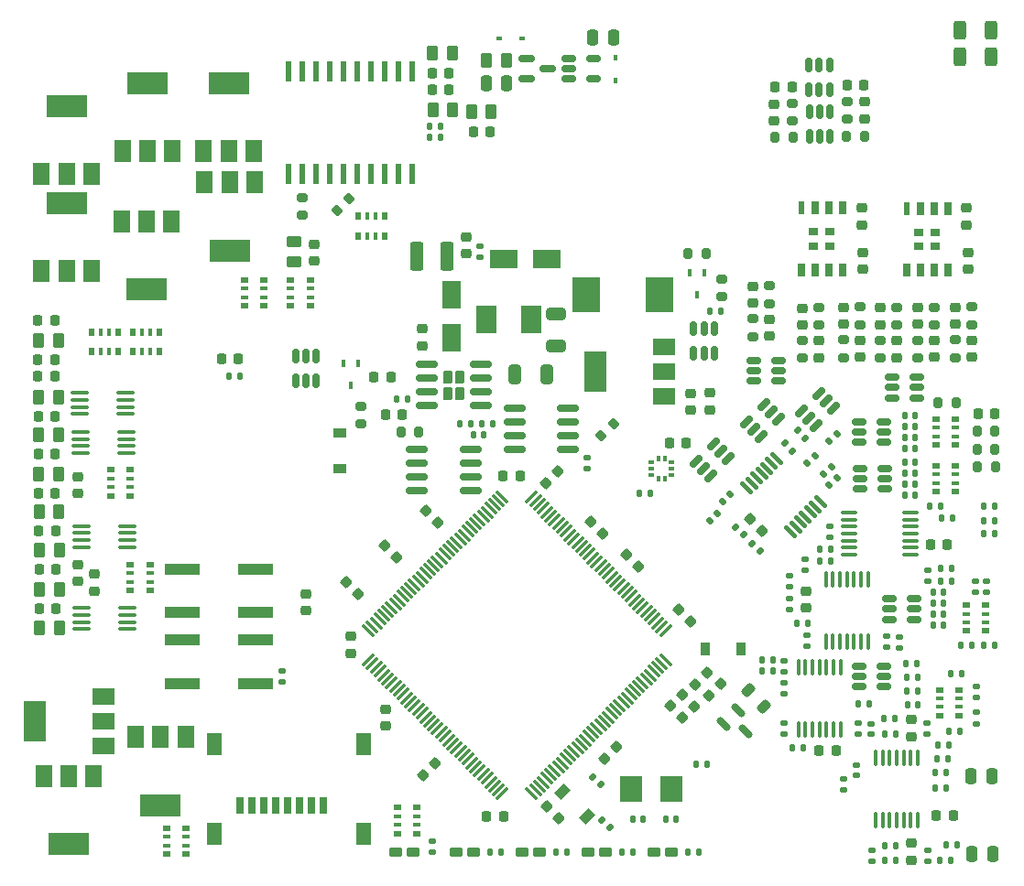
<source format=gbr>
%TF.GenerationSoftware,KiCad,Pcbnew,(6.0.1)*%
%TF.CreationDate,2023-10-27T01:40:01+01:00*%
%TF.ProjectId,polygonus-Shortage-Version,706f6c79-676f-46e7-9573-2d53686f7274,rev?*%
%TF.SameCoordinates,Original*%
%TF.FileFunction,Paste,Top*%
%TF.FilePolarity,Positive*%
%FSLAX46Y46*%
G04 Gerber Fmt 4.6, Leading zero omitted, Abs format (unit mm)*
G04 Created by KiCad (PCBNEW (6.0.1)) date 2023-10-27 01:40:01*
%MOMM*%
%LPD*%
G01*
G04 APERTURE LIST*
G04 Aperture macros list*
%AMRoundRect*
0 Rectangle with rounded corners*
0 $1 Rounding radius*
0 $2 $3 $4 $5 $6 $7 $8 $9 X,Y pos of 4 corners*
0 Add a 4 corners polygon primitive as box body*
4,1,4,$2,$3,$4,$5,$6,$7,$8,$9,$2,$3,0*
0 Add four circle primitives for the rounded corners*
1,1,$1+$1,$2,$3*
1,1,$1+$1,$4,$5*
1,1,$1+$1,$6,$7*
1,1,$1+$1,$8,$9*
0 Add four rect primitives between the rounded corners*
20,1,$1+$1,$2,$3,$4,$5,0*
20,1,$1+$1,$4,$5,$6,$7,0*
20,1,$1+$1,$6,$7,$8,$9,0*
20,1,$1+$1,$8,$9,$2,$3,0*%
%AMRotRect*
0 Rectangle, with rotation*
0 The origin of the aperture is its center*
0 $1 length*
0 $2 width*
0 $3 Rotation angle, in degrees counterclockwise*
0 Add horizontal line*
21,1,$1,$2,0,0,$3*%
G04 Aperture macros list end*
%ADD10RoundRect,0.225000X0.250000X-0.225000X0.250000X0.225000X-0.250000X0.225000X-0.250000X-0.225000X0*%
%ADD11RoundRect,0.135000X-0.135000X-0.185000X0.135000X-0.185000X0.135000X0.185000X-0.135000X0.185000X0*%
%ADD12RoundRect,0.135000X0.226274X0.035355X0.035355X0.226274X-0.226274X-0.035355X-0.035355X-0.226274X0*%
%ADD13RoundRect,0.100000X0.100000X-0.637500X0.100000X0.637500X-0.100000X0.637500X-0.100000X-0.637500X0*%
%ADD14RoundRect,0.100000X0.637500X0.100000X-0.637500X0.100000X-0.637500X-0.100000X0.637500X-0.100000X0*%
%ADD15R,0.650000X1.310000*%
%ADD16R,0.600000X1.310000*%
%ADD17R,0.900000X0.795000*%
%ADD18RoundRect,0.225000X-0.250000X0.225000X-0.250000X-0.225000X0.250000X-0.225000X0.250000X0.225000X0*%
%ADD19RoundRect,0.135000X-0.226274X-0.035355X-0.035355X-0.226274X0.226274X0.035355X0.035355X0.226274X0*%
%ADD20RoundRect,0.225000X-0.225000X-0.250000X0.225000X-0.250000X0.225000X0.250000X-0.225000X0.250000X0*%
%ADD21RoundRect,0.225000X0.017678X-0.335876X0.335876X-0.017678X-0.017678X0.335876X-0.335876X0.017678X0*%
%ADD22RoundRect,0.140000X-0.140000X-0.170000X0.140000X-0.170000X0.140000X0.170000X-0.140000X0.170000X0*%
%ADD23RoundRect,0.225000X0.335876X0.017678X0.017678X0.335876X-0.335876X-0.017678X-0.017678X-0.335876X0*%
%ADD24RoundRect,0.225000X-0.335876X-0.017678X-0.017678X-0.335876X0.335876X0.017678X0.017678X0.335876X0*%
%ADD25RoundRect,0.218750X0.424264X0.114905X0.114905X0.424264X-0.424264X-0.114905X-0.114905X-0.424264X0*%
%ADD26RoundRect,0.200000X0.200000X0.275000X-0.200000X0.275000X-0.200000X-0.275000X0.200000X-0.275000X0*%
%ADD27R,0.800000X0.500000*%
%ADD28R,0.800000X0.400000*%
%ADD29RoundRect,0.100000X0.521491X-0.380070X-0.380070X0.521491X-0.521491X0.380070X0.380070X-0.521491X0*%
%ADD30R,0.500000X0.800000*%
%ADD31R,0.400000X0.800000*%
%ADD32RoundRect,0.135000X0.135000X0.185000X-0.135000X0.185000X-0.135000X-0.185000X0.135000X-0.185000X0*%
%ADD33RoundRect,0.225000X0.225000X0.250000X-0.225000X0.250000X-0.225000X-0.250000X0.225000X-0.250000X0*%
%ADD34RoundRect,0.075000X0.521491X-0.415425X-0.415425X0.521491X-0.521491X0.415425X0.415425X-0.521491X0*%
%ADD35RoundRect,0.075000X0.521491X0.415425X0.415425X0.521491X-0.521491X-0.415425X-0.415425X-0.521491X0*%
%ADD36RoundRect,0.250000X-0.325000X-0.650000X0.325000X-0.650000X0.325000X0.650000X-0.325000X0.650000X0*%
%ADD37RoundRect,0.200000X-0.200000X-0.275000X0.200000X-0.275000X0.200000X0.275000X-0.200000X0.275000X0*%
%ADD38RoundRect,0.140000X0.140000X0.170000X-0.140000X0.170000X-0.140000X-0.170000X0.140000X-0.170000X0*%
%ADD39R,2.500000X1.800000*%
%ADD40RoundRect,0.250000X-0.262500X-0.450000X0.262500X-0.450000X0.262500X0.450000X-0.262500X0.450000X0*%
%ADD41RoundRect,0.100000X0.712500X0.100000X-0.712500X0.100000X-0.712500X-0.100000X0.712500X-0.100000X0*%
%ADD42RoundRect,0.212500X0.400000X0.212500X-0.400000X0.212500X-0.400000X-0.212500X0.400000X-0.212500X0*%
%ADD43RoundRect,0.135000X-0.185000X0.135000X-0.185000X-0.135000X0.185000X-0.135000X0.185000X0.135000X0*%
%ADD44RoundRect,0.200000X-0.275000X0.200000X-0.275000X-0.200000X0.275000X-0.200000X0.275000X0.200000X0*%
%ADD45RoundRect,0.200000X0.275000X-0.200000X0.275000X0.200000X-0.275000X0.200000X-0.275000X-0.200000X0*%
%ADD46R,1.200000X0.900000*%
%ADD47RoundRect,0.250000X0.312500X0.625000X-0.312500X0.625000X-0.312500X-0.625000X0.312500X-0.625000X0*%
%ADD48RoundRect,0.250000X-0.312500X-0.625000X0.312500X-0.625000X0.312500X0.625000X-0.312500X0.625000X0*%
%ADD49RoundRect,0.150000X0.150000X-0.512500X0.150000X0.512500X-0.150000X0.512500X-0.150000X-0.512500X0*%
%ADD50R,0.450000X0.700000*%
%ADD51RoundRect,0.135000X0.185000X-0.135000X0.185000X0.135000X-0.185000X0.135000X-0.185000X-0.135000X0*%
%ADD52R,2.500000X3.300000*%
%ADD53RoundRect,0.135000X-0.035355X0.226274X-0.226274X0.035355X0.035355X-0.226274X0.226274X-0.035355X0*%
%ADD54RoundRect,0.135000X0.035355X-0.226274X0.226274X-0.035355X-0.035355X0.226274X-0.226274X0.035355X0*%
%ADD55RoundRect,0.150000X0.512500X0.150000X-0.512500X0.150000X-0.512500X-0.150000X0.512500X-0.150000X0*%
%ADD56RoundRect,0.140000X-0.170000X0.140000X-0.170000X-0.140000X0.170000X-0.140000X0.170000X0.140000X0*%
%ADD57RoundRect,0.140000X0.170000X-0.140000X0.170000X0.140000X-0.170000X0.140000X-0.170000X-0.140000X0*%
%ADD58RoundRect,0.100000X-0.100000X0.637500X-0.100000X-0.637500X0.100000X-0.637500X0.100000X0.637500X0*%
%ADD59R,2.000000X1.500000*%
%ADD60R,2.000000X3.800000*%
%ADD61R,2.000000X2.400000*%
%ADD62RoundRect,0.230000X-0.230000X-0.375000X0.230000X-0.375000X0.230000X0.375000X-0.230000X0.375000X0*%
%ADD63RoundRect,0.150000X-0.825000X-0.150000X0.825000X-0.150000X0.825000X0.150000X-0.825000X0.150000X0*%
%ADD64R,1.800000X2.500000*%
%ADD65RoundRect,0.150000X-0.150000X0.512500X-0.150000X-0.512500X0.150000X-0.512500X0.150000X0.512500X0*%
%ADD66RoundRect,0.250000X0.375000X1.075000X-0.375000X1.075000X-0.375000X-1.075000X0.375000X-1.075000X0*%
%ADD67RoundRect,0.200000X-0.053033X0.335876X-0.335876X0.053033X0.053033X-0.335876X0.335876X-0.053033X0*%
%ADD68R,1.900000X2.500000*%
%ADD69RoundRect,0.250000X-0.650000X0.325000X-0.650000X-0.325000X0.650000X-0.325000X0.650000X0.325000X0*%
%ADD70RoundRect,0.250000X-0.250000X-0.475000X0.250000X-0.475000X0.250000X0.475000X-0.250000X0.475000X0*%
%ADD71R,0.800000X1.500000*%
%ADD72R,1.450000X2.000000*%
%ADD73RoundRect,0.250000X-0.450000X0.262500X-0.450000X-0.262500X0.450000X-0.262500X0.450000X0.262500X0*%
%ADD74RoundRect,0.150000X-0.521491X0.309359X0.309359X-0.521491X0.521491X-0.309359X-0.309359X0.521491X0*%
%ADD75RoundRect,0.100000X-0.100000X0.175000X-0.100000X-0.175000X0.100000X-0.175000X0.100000X0.175000X0*%
%ADD76RoundRect,0.100000X-0.175000X0.100000X-0.175000X-0.100000X0.175000X-0.100000X0.175000X0.100000X0*%
%ADD77R,3.200000X1.000000*%
%ADD78R,0.900000X1.200000*%
%ADD79RotRect,0.900000X1.200000X315.000000*%
%ADD80R,0.450000X0.600000*%
%ADD81RoundRect,0.150000X-0.512500X-0.150000X0.512500X-0.150000X0.512500X0.150000X-0.512500X0.150000X0*%
%ADD82R,1.500000X2.000000*%
%ADD83R,3.800000X2.000000*%
%ADD84RoundRect,0.150000X0.256326X0.468458X-0.468458X-0.256326X-0.256326X-0.468458X0.468458X0.256326X0*%
%ADD85R,0.550000X1.950000*%
%ADD86RoundRect,0.200000X0.053033X-0.335876X0.335876X-0.053033X-0.053033X0.335876X-0.335876X0.053033X0*%
%ADD87RoundRect,0.250000X0.250000X0.475000X-0.250000X0.475000X-0.250000X-0.475000X0.250000X-0.475000X0*%
%ADD88RoundRect,0.150000X-0.587500X-0.150000X0.587500X-0.150000X0.587500X0.150000X-0.587500X0.150000X0*%
%ADD89R,0.600000X0.450000*%
%ADD90RoundRect,0.150000X0.825000X0.150000X-0.825000X0.150000X-0.825000X-0.150000X0.825000X-0.150000X0*%
G04 APERTURE END LIST*
D10*
%TO.C,C2*%
X140279326Y-82139052D03*
X140279326Y-80589052D03*
%TD*%
D11*
%TO.C,R76*%
X151406975Y-106610683D03*
X152426975Y-106610683D03*
%TD*%
%TO.C,R77*%
X151418194Y-105421414D03*
X152438194Y-105421414D03*
%TD*%
%TO.C,R78*%
X151395755Y-104030194D03*
X152415755Y-104030194D03*
%TD*%
D12*
%TO.C,R4*%
X116838124Y-133803124D03*
X116116876Y-133081876D03*
%TD*%
D13*
%TO.C,U19*%
X136816000Y-116556500D03*
X137466000Y-116556500D03*
X138116000Y-116556500D03*
X138766000Y-116556500D03*
X139416000Y-116556500D03*
X140066000Y-116556500D03*
X140716000Y-116556500D03*
X140716000Y-110831500D03*
X140066000Y-110831500D03*
X139416000Y-110831500D03*
X138766000Y-110831500D03*
X138116000Y-110831500D03*
X137466000Y-110831500D03*
X136816000Y-110831500D03*
%TD*%
D14*
%TO.C,U21*%
X144676500Y-108532000D03*
X144676500Y-107882000D03*
X144676500Y-107232000D03*
X144676500Y-106582000D03*
X144676500Y-105932000D03*
X144676500Y-105282000D03*
X144676500Y-104632000D03*
X138951500Y-104632000D03*
X138951500Y-105282000D03*
X138951500Y-105932000D03*
X138951500Y-106582000D03*
X138951500Y-107232000D03*
X138951500Y-107882000D03*
X138951500Y-108532000D03*
%TD*%
D15*
%TO.C,U1*%
X148090671Y-76525877D03*
X146820671Y-76525877D03*
X145550671Y-76525877D03*
D16*
X144280671Y-76525877D03*
D15*
X144280671Y-82215877D03*
X145550671Y-82215877D03*
X146820671Y-82215877D03*
X148090671Y-82215877D03*
D17*
X146935671Y-78708377D03*
X145435671Y-80033377D03*
X146935671Y-80033377D03*
X145435671Y-78708377D03*
%TD*%
D15*
%TO.C,U2*%
X138359142Y-76488011D03*
X137089142Y-76488011D03*
X135819142Y-76488011D03*
D16*
X134549142Y-76488011D03*
D15*
X134549142Y-82178011D03*
X135819142Y-82178011D03*
X137089142Y-82178011D03*
X138359142Y-82178011D03*
D17*
X137204142Y-79995511D03*
X135704142Y-78670511D03*
X135704142Y-79995511D03*
X137204142Y-78670511D03*
%TD*%
D18*
%TO.C,C3*%
X149815912Y-76489231D03*
X149815912Y-78039231D03*
%TD*%
D10*
%TO.C,C5*%
X149970368Y-82112502D03*
X149970368Y-80562502D03*
%TD*%
D18*
%TO.C,C9*%
X140172736Y-76472402D03*
X140172736Y-78022402D03*
%TD*%
D19*
%TO.C,R1*%
X115291376Y-129081376D03*
X116012624Y-129802624D03*
%TD*%
D20*
%TO.C,C46*%
X136213000Y-126648000D03*
X137763000Y-126648000D03*
%TD*%
D10*
%TO.C,C51*%
X134956000Y-113453000D03*
X134956000Y-111903000D03*
%TD*%
D20*
%TO.C,C56*%
X146470266Y-107582392D03*
X148020266Y-107582392D03*
%TD*%
D21*
%TO.C,C77*%
X110912992Y-101923008D03*
X112009008Y-100826992D03*
%TD*%
D22*
%TO.C,C74*%
X118982000Y-132998000D03*
X119942000Y-132998000D03*
%TD*%
D20*
%TO.C,C61*%
X107003000Y-101248000D03*
X108553000Y-101248000D03*
%TD*%
D23*
%TO.C,C64*%
X123566008Y-123640008D03*
X122469992Y-122543992D03*
%TD*%
%TO.C,C65*%
X124328008Y-114750008D03*
X123231992Y-113653992D03*
%TD*%
D24*
%TO.C,C66*%
X99863992Y-104509992D03*
X100960008Y-105606008D03*
%TD*%
D21*
%TO.C,C81*%
X124755992Y-120592008D03*
X125852008Y-119495992D03*
%TD*%
%TO.C,C82*%
X126025992Y-121608008D03*
X127122008Y-120511992D03*
%TD*%
D23*
%TO.C,C40*%
X130932008Y-106368008D03*
X129835992Y-105271992D03*
%TD*%
D25*
%TO.C,FB1*%
X131135301Y-122573301D03*
X129632699Y-121070699D03*
%TD*%
D11*
%TO.C,R75*%
X147478315Y-109819465D03*
X148498315Y-109819465D03*
%TD*%
%TO.C,R89*%
X124794000Y-127918000D03*
X125814000Y-127918000D03*
%TD*%
D26*
%TO.C,R39*%
X152479537Y-100370684D03*
X150829537Y-100370684D03*
%TD*%
%TO.C,R40*%
X152445878Y-98788732D03*
X150795878Y-98788732D03*
%TD*%
%TO.C,R41*%
X152457098Y-97128243D03*
X150807098Y-97128243D03*
%TD*%
%TO.C,R42*%
X148862000Y-94517000D03*
X147212000Y-94517000D03*
%TD*%
D27*
%TO.C,RN2*%
X149163074Y-123430926D03*
D28*
X149163074Y-122630926D03*
X149163074Y-121830926D03*
D27*
X149163074Y-121030926D03*
X147363074Y-121030926D03*
D28*
X147363074Y-121830926D03*
X147363074Y-122630926D03*
D27*
X147363074Y-123430926D03*
%TD*%
%TO.C,RN3*%
X151577709Y-115605074D03*
D28*
X151577709Y-114805074D03*
X151577709Y-114005074D03*
D27*
X151577709Y-113205074D03*
X149777709Y-113205074D03*
D28*
X149777709Y-114005074D03*
X149777709Y-114805074D03*
D27*
X149777709Y-115605074D03*
%TD*%
%TO.C,RN4*%
X148810000Y-102702000D03*
D28*
X148810000Y-101902000D03*
X148810000Y-101102000D03*
D27*
X148810000Y-100302000D03*
X147010000Y-100302000D03*
D28*
X147010000Y-101102000D03*
X147010000Y-101902000D03*
D27*
X147010000Y-102702000D03*
%TD*%
%TO.C,RN1*%
X148810000Y-98384000D03*
D28*
X148810000Y-97584000D03*
X148810000Y-96784000D03*
D27*
X148810000Y-95984000D03*
X147010000Y-95984000D03*
D28*
X147010000Y-96784000D03*
X147010000Y-97584000D03*
D27*
X147010000Y-98384000D03*
%TD*%
D29*
%TO.C,U15*%
X133569235Y-106428951D03*
X134028854Y-105969332D03*
X134488474Y-105509713D03*
X134948093Y-105050093D03*
X135407713Y-104590474D03*
X135867332Y-104130854D03*
X136326951Y-103671235D03*
X132278765Y-99623049D03*
X131819146Y-100082668D03*
X131359526Y-100542287D03*
X130899907Y-101001907D03*
X130440287Y-101461526D03*
X129980668Y-101921146D03*
X129521049Y-102380765D03*
%TD*%
D20*
%TO.C,C83*%
X80938462Y-90384858D03*
X82488462Y-90384858D03*
%TD*%
D11*
%TO.C,R98*%
X81676730Y-92033125D03*
X82696730Y-92033125D03*
%TD*%
D18*
%TO.C,C85*%
X89494413Y-79815297D03*
X89494413Y-81365297D03*
%TD*%
D20*
%TO.C,C86*%
X104247164Y-69398713D03*
X105797164Y-69398713D03*
%TD*%
D30*
%TO.C,RN11*%
X96026175Y-77253732D03*
D31*
X95226175Y-77253732D03*
X94426175Y-77253732D03*
D30*
X93626175Y-77253732D03*
X93626175Y-79053732D03*
D31*
X94426175Y-79053732D03*
X95226175Y-79053732D03*
D30*
X96026175Y-79053732D03*
%TD*%
D18*
%TO.C,C84*%
X126130133Y-93586905D03*
X126130133Y-95136905D03*
%TD*%
D32*
%TO.C,R97*%
X127084000Y-86008000D03*
X126064000Y-86008000D03*
%TD*%
D13*
%TO.C,U17*%
X134276000Y-124684500D03*
X134926000Y-124684500D03*
X135576000Y-124684500D03*
X136226000Y-124684500D03*
X136876000Y-124684500D03*
X137526000Y-124684500D03*
X138176000Y-124684500D03*
X138176000Y-118959500D03*
X137526000Y-118959500D03*
X136876000Y-118959500D03*
X136226000Y-118959500D03*
X135576000Y-118959500D03*
X134926000Y-118959500D03*
X134276000Y-118959500D03*
%TD*%
D24*
%TO.C,C67*%
X96053992Y-107710392D03*
X97150008Y-108806408D03*
%TD*%
D23*
%TO.C,C68*%
X119502008Y-109670008D03*
X118405992Y-108573992D03*
%TD*%
D18*
%TO.C,C69*%
X96094000Y-122825000D03*
X96094000Y-124375000D03*
%TD*%
D33*
%TO.C,C71*%
X107029000Y-132744000D03*
X105479000Y-132744000D03*
%TD*%
D10*
%TO.C,C73*%
X92919000Y-117644000D03*
X92919000Y-116094000D03*
%TD*%
D21*
%TO.C,C76*%
X116373992Y-127450008D03*
X117470008Y-126353992D03*
%TD*%
D34*
%TO.C,U26*%
X109628342Y-130644710D03*
X109981895Y-130291157D03*
X110335449Y-129937604D03*
X110689002Y-129584050D03*
X111042555Y-129230497D03*
X111396109Y-128876943D03*
X111749662Y-128523390D03*
X112103215Y-128169837D03*
X112456769Y-127816283D03*
X112810322Y-127462730D03*
X113163876Y-127109176D03*
X113517429Y-126755623D03*
X113870982Y-126402070D03*
X114224536Y-126048516D03*
X114578089Y-125694963D03*
X114931643Y-125341410D03*
X115285196Y-124987856D03*
X115638749Y-124634303D03*
X115992303Y-124280749D03*
X116345856Y-123927196D03*
X116699410Y-123573643D03*
X117052963Y-123220089D03*
X117406516Y-122866536D03*
X117760070Y-122512982D03*
X118113623Y-122159429D03*
X118467176Y-121805876D03*
X118820730Y-121452322D03*
X119174283Y-121098769D03*
X119527837Y-120745215D03*
X119881390Y-120391662D03*
X120234943Y-120038109D03*
X120588497Y-119684555D03*
X120942050Y-119331002D03*
X121295604Y-118977449D03*
X121649157Y-118623895D03*
X122002710Y-118270342D03*
D35*
X122002710Y-115565658D03*
X121649157Y-115212105D03*
X121295604Y-114858551D03*
X120942050Y-114504998D03*
X120588497Y-114151445D03*
X120234943Y-113797891D03*
X119881390Y-113444338D03*
X119527837Y-113090785D03*
X119174283Y-112737231D03*
X118820730Y-112383678D03*
X118467176Y-112030124D03*
X118113623Y-111676571D03*
X117760070Y-111323018D03*
X117406516Y-110969464D03*
X117052963Y-110615911D03*
X116699410Y-110262357D03*
X116345856Y-109908804D03*
X115992303Y-109555251D03*
X115638749Y-109201697D03*
X115285196Y-108848144D03*
X114931643Y-108494590D03*
X114578089Y-108141037D03*
X114224536Y-107787484D03*
X113870982Y-107433930D03*
X113517429Y-107080377D03*
X113163876Y-106726824D03*
X112810322Y-106373270D03*
X112456769Y-106019717D03*
X112103215Y-105666163D03*
X111749662Y-105312610D03*
X111396109Y-104959057D03*
X111042555Y-104605503D03*
X110689002Y-104251950D03*
X110335449Y-103898396D03*
X109981895Y-103544843D03*
X109628342Y-103191290D03*
D34*
X106923658Y-103191290D03*
X106570105Y-103544843D03*
X106216551Y-103898396D03*
X105862998Y-104251950D03*
X105509445Y-104605503D03*
X105155891Y-104959057D03*
X104802338Y-105312610D03*
X104448785Y-105666163D03*
X104095231Y-106019717D03*
X103741678Y-106373270D03*
X103388124Y-106726824D03*
X103034571Y-107080377D03*
X102681018Y-107433930D03*
X102327464Y-107787484D03*
X101973911Y-108141037D03*
X101620357Y-108494590D03*
X101266804Y-108848144D03*
X100913251Y-109201697D03*
X100559697Y-109555251D03*
X100206144Y-109908804D03*
X99852590Y-110262357D03*
X99499037Y-110615911D03*
X99145484Y-110969464D03*
X98791930Y-111323018D03*
X98438377Y-111676571D03*
X98084824Y-112030124D03*
X97731270Y-112383678D03*
X97377717Y-112737231D03*
X97024163Y-113090785D03*
X96670610Y-113444338D03*
X96317057Y-113797891D03*
X95963503Y-114151445D03*
X95609950Y-114504998D03*
X95256396Y-114858551D03*
X94902843Y-115212105D03*
X94549290Y-115565658D03*
D35*
X94549290Y-118270342D03*
X94902843Y-118623895D03*
X95256396Y-118977449D03*
X95609950Y-119331002D03*
X95963503Y-119684555D03*
X96317057Y-120038109D03*
X96670610Y-120391662D03*
X97024163Y-120745215D03*
X97377717Y-121098769D03*
X97731270Y-121452322D03*
X98084824Y-121805876D03*
X98438377Y-122159429D03*
X98791930Y-122512982D03*
X99145484Y-122866536D03*
X99499037Y-123220089D03*
X99852590Y-123573643D03*
X100206144Y-123927196D03*
X100559697Y-124280749D03*
X100913251Y-124634303D03*
X101266804Y-124987856D03*
X101620357Y-125341410D03*
X101973911Y-125694963D03*
X102327464Y-126048516D03*
X102681018Y-126402070D03*
X103034571Y-126755623D03*
X103388124Y-127109176D03*
X103741678Y-127462730D03*
X104095231Y-127816283D03*
X104448785Y-128169837D03*
X104802338Y-128523390D03*
X105155891Y-128876943D03*
X105509445Y-129230497D03*
X105862998Y-129584050D03*
X106216551Y-129937604D03*
X106570105Y-130291157D03*
X106923658Y-130644710D03*
%TD*%
D33*
%TO.C,C7*%
X96615000Y-92104000D03*
X95065000Y-92104000D03*
%TD*%
D36*
%TO.C,C12*%
X108081000Y-91850000D03*
X111031000Y-91850000D03*
%TD*%
D37*
%TO.C,R9*%
X124098000Y-80674000D03*
X125748000Y-80674000D03*
%TD*%
D38*
%TO.C,C75*%
X122990000Y-132998000D03*
X122030000Y-132998000D03*
%TD*%
D23*
%TO.C,C62*%
X116200008Y-106622008D03*
X115103992Y-105525992D03*
%TD*%
D27*
%TO.C,RN10*%
X77714751Y-136243729D03*
D28*
X77714751Y-135443729D03*
X77714751Y-134643729D03*
D27*
X77714751Y-133843729D03*
X75914751Y-133843729D03*
D28*
X75914751Y-134643729D03*
X75914751Y-135443729D03*
D27*
X75914751Y-136243729D03*
%TD*%
D30*
%TO.C,RN6*%
X72803547Y-89770414D03*
D31*
X73603547Y-89770414D03*
X74403547Y-89770414D03*
D30*
X75203547Y-89770414D03*
X75203547Y-87970414D03*
D31*
X74403547Y-87970414D03*
X73603547Y-87970414D03*
D30*
X72803547Y-87970414D03*
%TD*%
%TO.C,RN8*%
X68983013Y-89770414D03*
D31*
X69783013Y-89770414D03*
X70583013Y-89770414D03*
D30*
X71383013Y-89770414D03*
X71383013Y-87970414D03*
D31*
X70583013Y-87970414D03*
X69783013Y-87970414D03*
D30*
X68983013Y-87970414D03*
%TD*%
D10*
%TO.C,C4*%
X103587000Y-80687000D03*
X103587000Y-79137000D03*
%TD*%
D39*
%TO.C,D2*%
X107048000Y-81182000D03*
X111048000Y-81182000D03*
%TD*%
D27*
%TO.C,RN5*%
X89168921Y-85521111D03*
D28*
X89168921Y-84721111D03*
X89168921Y-83921111D03*
D27*
X89168921Y-83121111D03*
X87368921Y-83121111D03*
D28*
X87368921Y-83921111D03*
X87368921Y-84721111D03*
D27*
X87368921Y-85521111D03*
%TD*%
%TO.C,RN7*%
X84900059Y-85521111D03*
D28*
X84900059Y-84721111D03*
X84900059Y-83921111D03*
D27*
X84900059Y-83121111D03*
X83100059Y-83121111D03*
D28*
X83100059Y-83921111D03*
X83100059Y-84721111D03*
D27*
X83100059Y-85521111D03*
%TD*%
%TO.C,RN9*%
X97208197Y-131943853D03*
D28*
X97208197Y-132743853D03*
X97208197Y-133543853D03*
D27*
X97208197Y-134343853D03*
X99008197Y-134343853D03*
D28*
X99008197Y-133543853D03*
X99008197Y-132743853D03*
D27*
X99008197Y-131943853D03*
%TD*%
D10*
%TO.C,C91*%
X67693944Y-111022409D03*
X67693944Y-109472409D03*
%TD*%
D20*
%TO.C,C93*%
X64087605Y-113499835D03*
X65637605Y-113499835D03*
%TD*%
%TO.C,C94*%
X64087605Y-109926207D03*
X65637605Y-109926207D03*
%TD*%
D18*
%TO.C,C92*%
X69233852Y-110344871D03*
X69233852Y-111894871D03*
%TD*%
D20*
%TO.C,C95*%
X64074610Y-106378569D03*
X65624610Y-106378569D03*
%TD*%
%TO.C,C96*%
X64035625Y-102830930D03*
X65585625Y-102830930D03*
%TD*%
D10*
%TO.C,C97*%
X67647411Y-102854419D03*
X67647411Y-101304419D03*
%TD*%
D20*
%TO.C,C99*%
X64030925Y-99257302D03*
X65580925Y-99257302D03*
%TD*%
%TO.C,C100*%
X64004935Y-95722659D03*
X65554935Y-95722659D03*
%TD*%
%TO.C,C98*%
X63990668Y-86902919D03*
X65540668Y-86902919D03*
%TD*%
%TO.C,C101*%
X63996640Y-92072110D03*
X65546640Y-92072110D03*
%TD*%
%TO.C,C102*%
X63978945Y-90512709D03*
X65528945Y-90512709D03*
%TD*%
D40*
%TO.C,R108*%
X64145031Y-115280152D03*
X65970031Y-115280152D03*
%TD*%
%TO.C,R109*%
X64145031Y-111719518D03*
X65970031Y-111719518D03*
%TD*%
%TO.C,R110*%
X64132036Y-108158885D03*
X65957036Y-108158885D03*
%TD*%
%TO.C,R111*%
X64121890Y-104598252D03*
X65946890Y-104598252D03*
%TD*%
%TO.C,R112*%
X64082905Y-101050614D03*
X65907905Y-101050614D03*
%TD*%
%TO.C,R113*%
X64080056Y-97476986D03*
X65905056Y-97476986D03*
%TD*%
%TO.C,R114*%
X64069910Y-93943392D03*
X65894910Y-93943392D03*
%TD*%
%TO.C,R115*%
X64048093Y-88696231D03*
X65873093Y-88696231D03*
%TD*%
D41*
%TO.C,U42*%
X72243008Y-115432792D03*
X72243008Y-114782792D03*
X72243008Y-114132792D03*
X72243008Y-113482792D03*
X68018008Y-113482792D03*
X68018008Y-114132792D03*
X68018008Y-114782792D03*
X68018008Y-115432792D03*
%TD*%
%TO.C,U43*%
X72243008Y-107850203D03*
X72243008Y-107200203D03*
X72243008Y-106550203D03*
X72243008Y-105900203D03*
X68018008Y-105900203D03*
X68018008Y-106550203D03*
X68018008Y-107200203D03*
X68018008Y-107850203D03*
%TD*%
%TO.C,U44*%
X72157730Y-99145795D03*
X72157730Y-98495795D03*
X72157730Y-97845795D03*
X72157730Y-97195795D03*
X67932730Y-97195795D03*
X67932730Y-97845795D03*
X67932730Y-98495795D03*
X67932730Y-99145795D03*
%TD*%
%TO.C,U45*%
X72074073Y-95540053D03*
X72074073Y-94890053D03*
X72074073Y-94240053D03*
X72074073Y-93590053D03*
X67849073Y-93590053D03*
X67849073Y-94240053D03*
X67849073Y-94890053D03*
X67849073Y-95540053D03*
%TD*%
D42*
%TO.C,D9*%
X98684500Y-136046000D03*
X97059500Y-136046000D03*
%TD*%
D43*
%TO.C,R91*%
X100412000Y-135028000D03*
X100412000Y-136048000D03*
%TD*%
D27*
%TO.C,RN12*%
X74340463Y-111864298D03*
D28*
X74340463Y-111064298D03*
X74340463Y-110264298D03*
D27*
X74340463Y-109464298D03*
X72540463Y-109464298D03*
D28*
X72540463Y-110264298D03*
X72540463Y-111064298D03*
D27*
X72540463Y-111864298D03*
%TD*%
%TO.C,RN13*%
X70692447Y-100694240D03*
D28*
X70692447Y-101494240D03*
X70692447Y-102294240D03*
D27*
X70692447Y-103094240D03*
X72492447Y-103094240D03*
D28*
X72492447Y-102294240D03*
X72492447Y-101494240D03*
D27*
X72492447Y-100694240D03*
%TD*%
D10*
%TO.C,C28*%
X138445903Y-87221526D03*
X138445903Y-85671526D03*
%TD*%
%TO.C,C35*%
X131595940Y-88309373D03*
X131595940Y-86759373D03*
%TD*%
%TO.C,C30*%
X143368196Y-90313500D03*
X143368196Y-88763500D03*
%TD*%
%TO.C,C25*%
X148832828Y-87227287D03*
X148832828Y-85677287D03*
%TD*%
%TO.C,C31*%
X150356828Y-90275287D03*
X150356828Y-88725287D03*
%TD*%
%TO.C,C26*%
X145356632Y-87243294D03*
X145356632Y-85693294D03*
%TD*%
%TO.C,C32*%
X146880632Y-90291294D03*
X146880632Y-88741294D03*
%TD*%
%TO.C,C27*%
X134625131Y-87274915D03*
X134625131Y-85724915D03*
%TD*%
%TO.C,C33*%
X136157702Y-90313175D03*
X136157702Y-88763175D03*
%TD*%
D44*
%TO.C,R27*%
X139969903Y-85621526D03*
X139969903Y-87271526D03*
%TD*%
D45*
%TO.C,R33*%
X138445903Y-90319526D03*
X138445903Y-88669526D03*
%TD*%
D44*
%TO.C,R28*%
X131595940Y-83661373D03*
X131595940Y-85311373D03*
%TD*%
D45*
%TO.C,R34*%
X130071940Y-88359373D03*
X130071940Y-86709373D03*
%TD*%
D44*
%TO.C,R23*%
X143368196Y-85665500D03*
X143368196Y-87315500D03*
%TD*%
D45*
%TO.C,R29*%
X141844196Y-90363500D03*
X141844196Y-88713500D03*
%TD*%
D44*
%TO.C,R24*%
X150356828Y-85627287D03*
X150356828Y-87277287D03*
%TD*%
D45*
%TO.C,R30*%
X148832828Y-90325287D03*
X148832828Y-88675287D03*
%TD*%
D44*
%TO.C,R25*%
X146880632Y-85643294D03*
X146880632Y-87293294D03*
%TD*%
D45*
%TO.C,R31*%
X145356632Y-90341294D03*
X145356632Y-88691294D03*
%TD*%
D44*
%TO.C,R26*%
X136157702Y-85665175D03*
X136157702Y-87315175D03*
%TD*%
D20*
%TO.C,C41*%
X150879537Y-95467754D03*
X152429537Y-95467754D03*
%TD*%
D45*
%TO.C,R32*%
X134633702Y-90363175D03*
X134633702Y-88713175D03*
%TD*%
D10*
%TO.C,C24*%
X141844196Y-87265500D03*
X141844196Y-85715500D03*
%TD*%
%TO.C,C29*%
X130071940Y-85261373D03*
X130071940Y-83711373D03*
%TD*%
%TO.C,C34*%
X139969903Y-90269526D03*
X139969903Y-88719526D03*
%TD*%
D23*
%TO.C,C78*%
X93594008Y-112210008D03*
X92497992Y-111113992D03*
%TD*%
D21*
%TO.C,C72*%
X99609992Y-128974008D03*
X100706008Y-127877992D03*
%TD*%
D46*
%TO.C,D14*%
X91873462Y-100575405D03*
X91873462Y-97275405D03*
%TD*%
D47*
%TO.C,F2*%
X152110448Y-60060439D03*
X149185448Y-60060439D03*
%TD*%
D48*
%TO.C,F1*%
X149185448Y-62483854D03*
X152110448Y-62483854D03*
%TD*%
D42*
%TO.C,D10*%
X104272500Y-136046000D03*
X102647500Y-136046000D03*
%TD*%
%TO.C,D11*%
X110368500Y-136046000D03*
X108743500Y-136046000D03*
%TD*%
%TO.C,D12*%
X116464500Y-136046000D03*
X114839500Y-136046000D03*
%TD*%
%TO.C,D13*%
X122560500Y-136046000D03*
X120935500Y-136046000D03*
%TD*%
D32*
%TO.C,R92*%
X106764000Y-136046000D03*
X105744000Y-136046000D03*
%TD*%
%TO.C,R93*%
X112860000Y-136046000D03*
X111840000Y-136046000D03*
%TD*%
%TO.C,R94*%
X118956000Y-136046000D03*
X117936000Y-136046000D03*
%TD*%
%TO.C,R95*%
X125052000Y-136046000D03*
X124032000Y-136046000D03*
%TD*%
D49*
%TO.C,U27*%
X87825201Y-92475917D03*
X88775201Y-92475917D03*
X89725201Y-92475917D03*
X89725201Y-90200917D03*
X88775201Y-90200917D03*
X87825201Y-90200917D03*
%TD*%
D50*
%TO.C,D4*%
X125573000Y-82468000D03*
X124273000Y-82468000D03*
X124923000Y-84468000D03*
%TD*%
D51*
%TO.C,R90*%
X86569000Y-120300000D03*
X86569000Y-119280000D03*
%TD*%
D10*
%TO.C,C79*%
X88728000Y-113707000D03*
X88728000Y-112157000D03*
%TD*%
D52*
%TO.C,D1*%
X114665000Y-84484000D03*
X121465000Y-84484000D03*
%TD*%
D38*
%TO.C,C47*%
X145326731Y-122432877D03*
X144366731Y-122432877D03*
%TD*%
%TO.C,C48*%
X145289333Y-121165643D03*
X144329333Y-121165643D03*
%TD*%
%TO.C,C49*%
X145289333Y-119916537D03*
X144329333Y-119916537D03*
%TD*%
%TO.C,C50*%
X145224535Y-118648731D03*
X144264535Y-118648731D03*
%TD*%
%TO.C,C52*%
X147727414Y-115087709D03*
X146767414Y-115087709D03*
%TD*%
%TO.C,C53*%
X147727414Y-114071709D03*
X146767414Y-114071709D03*
%TD*%
%TO.C,C54*%
X147727414Y-113055709D03*
X146767414Y-113055709D03*
%TD*%
%TO.C,C55*%
X147727414Y-112039709D03*
X146767414Y-112039709D03*
%TD*%
%TO.C,C57*%
X145088000Y-103026000D03*
X144128000Y-103026000D03*
%TD*%
%TO.C,C58*%
X145088000Y-102010000D03*
X144128000Y-102010000D03*
%TD*%
%TO.C,C59*%
X145088000Y-100994000D03*
X144128000Y-100994000D03*
%TD*%
%TO.C,C60*%
X145088000Y-99978000D03*
X144128000Y-99978000D03*
%TD*%
%TO.C,C42*%
X145088000Y-98708000D03*
X144128000Y-98708000D03*
%TD*%
%TO.C,C43*%
X145088000Y-97692000D03*
X144128000Y-97692000D03*
%TD*%
%TO.C,C44*%
X145088000Y-96676000D03*
X144128000Y-96676000D03*
%TD*%
%TO.C,C45*%
X145088000Y-95660000D03*
X144128000Y-95660000D03*
%TD*%
D43*
%TO.C,R56*%
X139782000Y-124106000D03*
X139782000Y-125126000D03*
%TD*%
D11*
%TO.C,R57*%
X130890000Y-118266000D03*
X131910000Y-118266000D03*
%TD*%
D43*
%TO.C,R59*%
X132924000Y-124106000D03*
X132924000Y-125126000D03*
%TD*%
D32*
%TO.C,R60*%
X140800000Y-122330000D03*
X139780000Y-122330000D03*
%TD*%
%TO.C,R61*%
X131910000Y-119282000D03*
X130890000Y-119282000D03*
%TD*%
D51*
%TO.C,R62*%
X132924000Y-121443000D03*
X132924000Y-120423000D03*
%TD*%
D43*
%TO.C,R68*%
X142446249Y-116104831D03*
X142446249Y-117124831D03*
%TD*%
D51*
%TO.C,R69*%
X133486083Y-111523977D03*
X133486083Y-110503977D03*
%TD*%
D43*
%TO.C,R70*%
X134946598Y-108930464D03*
X134946598Y-109950464D03*
%TD*%
D11*
%TO.C,R71*%
X134146812Y-114858976D03*
X135166812Y-114858976D03*
%TD*%
D51*
%TO.C,R72*%
X143624298Y-117141660D03*
X143624298Y-116121660D03*
%TD*%
%TO.C,R73*%
X133467834Y-113604421D03*
X133467834Y-112584421D03*
%TD*%
D32*
%TO.C,R74*%
X137244000Y-109122000D03*
X136224000Y-109122000D03*
%TD*%
D51*
%TO.C,R79*%
X146264779Y-110984586D03*
X146264779Y-109964586D03*
%TD*%
D32*
%TO.C,R80*%
X147404000Y-104042000D03*
X146384000Y-104042000D03*
%TD*%
D19*
%TO.C,R81*%
X130023376Y-107491376D03*
X130744624Y-108212624D03*
%TD*%
D11*
%TO.C,R82*%
X136233643Y-107994423D03*
X137253643Y-107994423D03*
%TD*%
D32*
%TO.C,R83*%
X148491366Y-110968245D03*
X147471366Y-110968245D03*
%TD*%
%TO.C,R84*%
X148518193Y-105125318D03*
X147498193Y-105125318D03*
%TD*%
D19*
%TO.C,R85*%
X128499376Y-105967376D03*
X129220624Y-106688624D03*
%TD*%
D43*
%TO.C,R86*%
X137181853Y-105926157D03*
X137181853Y-106946157D03*
%TD*%
D53*
%TO.C,R43*%
X135824624Y-99363376D03*
X135103376Y-100084624D03*
%TD*%
%TO.C,R44*%
X137348624Y-100379376D03*
X136627376Y-101100624D03*
%TD*%
D19*
%TO.C,R45*%
X133006593Y-98239818D03*
X133727841Y-98961066D03*
%TD*%
D54*
%TO.C,R46*%
X127269517Y-103671077D03*
X127990765Y-102949829D03*
%TD*%
D53*
%TO.C,R47*%
X137856624Y-97331376D03*
X137135376Y-98052624D03*
%TD*%
D54*
%TO.C,R48*%
X137135376Y-102116624D03*
X137856624Y-101395376D03*
%TD*%
%TO.C,R50*%
X126101602Y-105418625D03*
X126822850Y-104697377D03*
%TD*%
D11*
%TO.C,R63*%
X151388198Y-116951416D03*
X152408198Y-116951416D03*
%TD*%
D32*
%TO.C,R54*%
X149382096Y-119568732D03*
X148362096Y-119568732D03*
%TD*%
D51*
%TO.C,R66*%
X151681365Y-111987512D03*
X151681365Y-110967512D03*
%TD*%
%TO.C,R65*%
X150626730Y-111979383D03*
X150626730Y-110959383D03*
%TD*%
D32*
%TO.C,R64*%
X150355026Y-116934587D03*
X149335026Y-116934587D03*
%TD*%
D51*
%TO.C,R53*%
X150723317Y-121772879D03*
X150723317Y-120752879D03*
%TD*%
D43*
%TO.C,R52*%
X150712097Y-123142636D03*
X150712097Y-124162636D03*
%TD*%
D32*
%TO.C,R51*%
X149258682Y-124920442D03*
X148238682Y-124920442D03*
%TD*%
D55*
%TO.C,U18*%
X142189500Y-120740000D03*
X142189500Y-119790000D03*
X142189500Y-118840000D03*
X139914500Y-118840000D03*
X139914500Y-119790000D03*
X139914500Y-120740000D03*
%TD*%
%TO.C,U20*%
X145014237Y-114518731D03*
X145014237Y-113568731D03*
X145014237Y-112618731D03*
X142739237Y-112618731D03*
X142739237Y-113568731D03*
X142739237Y-114518731D03*
%TD*%
%TO.C,U22*%
X142243517Y-102469472D03*
X142243517Y-101519472D03*
X142243517Y-100569472D03*
X139968517Y-100569472D03*
X139968517Y-101519472D03*
X139968517Y-102469472D03*
%TD*%
%TO.C,U16*%
X142189500Y-98134000D03*
X142189500Y-97184000D03*
X142189500Y-96234000D03*
X139914500Y-96234000D03*
X139914500Y-97184000D03*
X139914500Y-98134000D03*
%TD*%
D51*
%TO.C,R58*%
X132924000Y-119411000D03*
X132924000Y-118391000D03*
%TD*%
D19*
%TO.C,R49*%
X134224032Y-97059504D03*
X134945280Y-97780752D03*
%TD*%
D43*
%TO.C,R67*%
X135090634Y-115987026D03*
X135090634Y-117007026D03*
%TD*%
D11*
%TO.C,R55*%
X133684000Y-126394000D03*
X134704000Y-126394000D03*
%TD*%
D56*
%TO.C,C20*%
X141020875Y-124184340D03*
X141020875Y-125144340D03*
%TD*%
D57*
%TO.C,C21*%
X141124942Y-136882551D03*
X141124942Y-135922551D03*
%TD*%
D11*
%TO.C,R19*%
X142182584Y-123699462D03*
X143202584Y-123699462D03*
%TD*%
%TO.C,R20*%
X142282910Y-136843852D03*
X143302910Y-136843852D03*
%TD*%
%TO.C,R21*%
X142272340Y-125124340D03*
X143292340Y-125124340D03*
%TD*%
%TO.C,R22*%
X142305349Y-135482551D03*
X143325349Y-135482551D03*
%TD*%
D58*
%TO.C,U7*%
X145316976Y-127343060D03*
X144666976Y-127343060D03*
X144016976Y-127343060D03*
X143366976Y-127343060D03*
X142716976Y-127343060D03*
X142066976Y-127343060D03*
X141416976Y-127343060D03*
X141416976Y-133068060D03*
X142066976Y-133068060D03*
X142716976Y-133068060D03*
X143366976Y-133068060D03*
X144016976Y-133068060D03*
X144666976Y-133068060D03*
X145316976Y-133068060D03*
%TD*%
D18*
%TO.C,C14*%
X124288000Y-93615000D03*
X124288000Y-95165000D03*
%TD*%
D51*
%TO.C,R2*%
X104857000Y-81057000D03*
X104857000Y-80037000D03*
%TD*%
D59*
%TO.C,U6*%
X121850000Y-93896000D03*
D60*
X115550000Y-91596000D03*
D59*
X121850000Y-91596000D03*
X121850000Y-89296000D03*
%TD*%
D61*
%TO.C,Y1*%
X118858007Y-130183893D03*
X122558007Y-130183893D03*
%TD*%
D33*
%TO.C,C8*%
X97693333Y-95620449D03*
X96143333Y-95620449D03*
%TD*%
D10*
%TO.C,C10*%
X99523000Y-89196000D03*
X99523000Y-87646000D03*
%TD*%
D32*
%TO.C,R3*%
X98128000Y-94136000D03*
X97108000Y-94136000D03*
%TD*%
D11*
%TO.C,R6*%
X104982000Y-96422000D03*
X106002000Y-96422000D03*
%TD*%
D62*
%TO.C,U3*%
X101874000Y-93616000D03*
X103014000Y-93616000D03*
X103014000Y-92116000D03*
X101874000Y-92116000D03*
D63*
X99969000Y-90961000D03*
X99969000Y-92231000D03*
X99969000Y-93501000D03*
X99969000Y-94771000D03*
X104919000Y-94771000D03*
X104919000Y-93501000D03*
X104919000Y-92231000D03*
X104919000Y-90961000D03*
%TD*%
D64*
%TO.C,D3*%
X102190000Y-88516000D03*
X102190000Y-84516000D03*
%TD*%
D32*
%TO.C,R5*%
X103970000Y-96422000D03*
X102950000Y-96422000D03*
%TD*%
D65*
%TO.C,D15*%
X126508000Y-87664500D03*
X125558000Y-87664500D03*
X124608000Y-87664500D03*
X124608000Y-89939500D03*
X125558000Y-89939500D03*
X126508000Y-89939500D03*
%TD*%
D38*
%TO.C,C11*%
X105210000Y-97438000D03*
X104250000Y-97438000D03*
%TD*%
D66*
%TO.C,L1*%
X101812000Y-80928000D03*
X99012000Y-80928000D03*
%TD*%
D11*
%TO.C,R99*%
X100159511Y-68932193D03*
X101179511Y-68932193D03*
%TD*%
D67*
%TO.C,R102*%
X92772741Y-75574419D03*
X91606015Y-76741145D03*
%TD*%
D11*
%TO.C,R100*%
X100165483Y-69959848D03*
X101185483Y-69959848D03*
%TD*%
D44*
%TO.C,R101*%
X88429259Y-75501354D03*
X88429259Y-77151354D03*
%TD*%
D68*
%TO.C,L2*%
X105474000Y-86770000D03*
X109574000Y-86770000D03*
%TD*%
D69*
%TO.C,C13*%
X111842000Y-86311000D03*
X111842000Y-89261000D03*
%TD*%
D70*
%TO.C,C16*%
X150254535Y-129027511D03*
X152154535Y-129027511D03*
%TD*%
D18*
%TO.C,C18*%
X144689658Y-123799584D03*
X144689658Y-125349584D03*
%TD*%
%TO.C,C19*%
X144746610Y-135238208D03*
X144746610Y-136788208D03*
%TD*%
D56*
%TO.C,C22*%
X139678922Y-128023362D03*
X139678922Y-128983362D03*
%TD*%
%TO.C,C23*%
X138498996Y-129325667D03*
X138498996Y-130285667D03*
%TD*%
D70*
%TO.C,C17*%
X150339903Y-136261658D03*
X152239903Y-136261658D03*
%TD*%
D43*
%TO.C,R17*%
X146132000Y-124106000D03*
X146132000Y-125126000D03*
%TD*%
D51*
%TO.C,R18*%
X146244782Y-136916291D03*
X146244782Y-135896291D03*
%TD*%
D11*
%TO.C,R13*%
X147139169Y-127433614D03*
X148159169Y-127433614D03*
%TD*%
%TO.C,R14*%
X147959986Y-135385315D03*
X148979986Y-135385315D03*
%TD*%
%TO.C,R15*%
X147146000Y-126140000D03*
X148166000Y-126140000D03*
%TD*%
%TO.C,R16*%
X147376571Y-136836373D03*
X148396571Y-136836373D03*
%TD*%
D33*
%TO.C,C15*%
X148598071Y-132660193D03*
X147048071Y-132660193D03*
%TD*%
D11*
%TO.C,R12*%
X146893560Y-130120193D03*
X147913560Y-130120193D03*
%TD*%
%TO.C,R11*%
X146892000Y-128680000D03*
X147912000Y-128680000D03*
%TD*%
D71*
%TO.C,J10*%
X90404000Y-131754000D03*
X89304000Y-131754000D03*
X88204000Y-131754000D03*
X87104000Y-131754000D03*
X86004000Y-131754000D03*
X84904000Y-131754000D03*
X83804000Y-131754000D03*
X82704000Y-131754000D03*
D72*
X94079000Y-126054000D03*
X80329000Y-134354000D03*
X80329000Y-126054000D03*
X94079000Y-134354000D03*
%TD*%
D50*
%TO.C,D5*%
X93569000Y-90850000D03*
X92269000Y-90850000D03*
X92919000Y-92850000D03*
%TD*%
D45*
%TO.C,R10*%
X93808000Y-96459500D03*
X93808000Y-94809500D03*
%TD*%
D73*
%TO.C,R103*%
X87681609Y-79580334D03*
X87681609Y-81405334D03*
%TD*%
D40*
%TO.C,R104*%
X104051187Y-67556670D03*
X105876187Y-67556670D03*
%TD*%
D74*
%TO.C,U23*%
X128741839Y-122900336D03*
X127398336Y-124243839D03*
X129395913Y-124897913D03*
%TD*%
D75*
%TO.C,U24*%
X121921000Y-99688000D03*
X121321000Y-99688000D03*
D76*
X120696000Y-100013000D03*
X120696000Y-100613000D03*
X120696000Y-101213000D03*
D75*
X121321000Y-101538000D03*
X121921000Y-101538000D03*
D76*
X122546000Y-101213000D03*
X122546000Y-100613000D03*
X122546000Y-100013000D03*
%TD*%
D24*
%TO.C,C70*%
X123549492Y-121527992D03*
X124645508Y-122624008D03*
%TD*%
D20*
%TO.C,C63*%
X122370000Y-98200000D03*
X123920000Y-98200000D03*
%TD*%
D43*
%TO.C,R87*%
X114763000Y-99595000D03*
X114763000Y-100615000D03*
%TD*%
D32*
%TO.C,R88*%
X120607000Y-102899000D03*
X119587000Y-102899000D03*
%TD*%
D77*
%TO.C,SW1*%
X84094314Y-109896544D03*
X77294314Y-109896544D03*
X77294314Y-113896544D03*
X84094314Y-113896544D03*
%TD*%
%TO.C,SW2*%
X84094314Y-120451148D03*
X77294314Y-120451148D03*
X77294314Y-116451148D03*
X84094314Y-116451148D03*
%TD*%
D78*
%TO.C,D7*%
X125686000Y-117250000D03*
X128986000Y-117250000D03*
%TD*%
D79*
%TO.C,D8*%
X112453274Y-130434274D03*
X114786726Y-132767726D03*
%TD*%
D24*
%TO.C,C80*%
X111039992Y-131814992D03*
X112136008Y-132911008D03*
%TD*%
D44*
%TO.C,R96*%
X127209000Y-83024000D03*
X127209000Y-84674000D03*
%TD*%
D37*
%TO.C,R35*%
X132123171Y-69972839D03*
X133773171Y-69972839D03*
%TD*%
D44*
%TO.C,R38*%
X138819950Y-66614579D03*
X138819950Y-68264579D03*
%TD*%
D80*
%TO.C,D17*%
X117385396Y-64700212D03*
X117385396Y-62600212D03*
%TD*%
D81*
%TO.C,U41*%
X113082255Y-62642088D03*
X113082255Y-63592088D03*
X113082255Y-64542088D03*
X115357255Y-64542088D03*
X115357255Y-62642088D03*
%TD*%
D65*
%TO.C,U13*%
X137171469Y-63249425D03*
X136221469Y-63249425D03*
X135271469Y-63249425D03*
X135271469Y-65524425D03*
X136221469Y-65524425D03*
X137171469Y-65524425D03*
%TD*%
D63*
%TO.C,U4*%
X108069271Y-94977180D03*
X108069271Y-96247180D03*
X108069271Y-97517180D03*
X108069271Y-98787180D03*
X113019271Y-98787180D03*
X113019271Y-97517180D03*
X113019271Y-96247180D03*
X113019271Y-94977180D03*
%TD*%
D33*
%TO.C,C38*%
X133692861Y-65274834D03*
X132142861Y-65274834D03*
%TD*%
D10*
%TO.C,C37*%
X140435558Y-68223089D03*
X140435558Y-66673089D03*
%TD*%
D82*
%TO.C,U29*%
X64331601Y-73342184D03*
X66631601Y-73342184D03*
X68931601Y-73342184D03*
D83*
X66631601Y-67042184D03*
%TD*%
D20*
%TO.C,C87*%
X100417460Y-65566485D03*
X101967460Y-65566485D03*
%TD*%
D84*
%TO.C,U9*%
X127760038Y-99660477D03*
X127088287Y-98988726D03*
X126416536Y-98316975D03*
X124807868Y-99925643D03*
X125479619Y-100597394D03*
X126151370Y-101269145D03*
%TD*%
D26*
%TO.C,R36*%
X140409324Y-69845443D03*
X138759324Y-69845443D03*
%TD*%
D40*
%TO.C,R106*%
X100474885Y-62116309D03*
X102299885Y-62116309D03*
%TD*%
D20*
%TO.C,C88*%
X100422161Y-63968098D03*
X101972161Y-63968098D03*
%TD*%
D82*
%TO.C,U28*%
X71831348Y-71236992D03*
X74131348Y-71236992D03*
X76431348Y-71236992D03*
D83*
X74131348Y-64936992D03*
%TD*%
D37*
%TO.C,R8*%
X97535675Y-97187439D03*
X99185675Y-97187439D03*
%TD*%
D65*
%TO.C,U14*%
X137195206Y-67541889D03*
X136245206Y-67541889D03*
X135295206Y-67541889D03*
X135295206Y-69816889D03*
X136245206Y-69816889D03*
X137195206Y-69816889D03*
%TD*%
D44*
%TO.C,R37*%
X133689382Y-66782510D03*
X133689382Y-68432510D03*
%TD*%
D20*
%TO.C,C39*%
X138782492Y-65105165D03*
X140332492Y-65105165D03*
%TD*%
D81*
%TO.C,U12*%
X142983624Y-92125814D03*
X142983624Y-93075814D03*
X142983624Y-94025814D03*
X145258624Y-94025814D03*
X145258624Y-93075814D03*
X145258624Y-92125814D03*
%TD*%
D85*
%TO.C,U40*%
X87190941Y-73322731D03*
X88460941Y-73322731D03*
X89730941Y-73322731D03*
X91000941Y-73322731D03*
X92270941Y-73322731D03*
X93540941Y-73322731D03*
X94810941Y-73322731D03*
X96080941Y-73322731D03*
X97350941Y-73322731D03*
X98620941Y-73322731D03*
X98620941Y-63822731D03*
X97350941Y-63822731D03*
X96080941Y-63822731D03*
X94810941Y-63822731D03*
X93540941Y-63822731D03*
X92270941Y-63822731D03*
X91000941Y-63822731D03*
X89730941Y-63822731D03*
X88460941Y-63822731D03*
X87190941Y-63822731D03*
%TD*%
D86*
%TO.C,R7*%
X116022822Y-97570260D03*
X117189548Y-96403534D03*
%TD*%
D87*
%TO.C,C90*%
X117203595Y-60735332D03*
X115303595Y-60735332D03*
%TD*%
D82*
%TO.C,U33*%
X64339148Y-82307405D03*
X66639148Y-82307405D03*
X68939148Y-82307405D03*
D83*
X66639148Y-76007405D03*
%TD*%
D40*
%TO.C,R105*%
X100494378Y-67359796D03*
X102319378Y-67359796D03*
%TD*%
D81*
%TO.C,U11*%
X130141000Y-90589066D03*
X130141000Y-91539066D03*
X130141000Y-92489066D03*
X132416000Y-92489066D03*
X132416000Y-91539066D03*
X132416000Y-90589066D03*
%TD*%
D82*
%TO.C,U35*%
X76313918Y-77710564D03*
X74013918Y-77710564D03*
X71713918Y-77710564D03*
D83*
X74013918Y-84010564D03*
%TD*%
D88*
%TO.C,IC1*%
X109211791Y-62647863D03*
X109211791Y-64547863D03*
X111086791Y-63597863D03*
%TD*%
D84*
%TO.C,U8*%
X137532100Y-94987757D03*
X136860349Y-94316006D03*
X136188598Y-93644255D03*
X134579930Y-95252923D03*
X135251681Y-95924674D03*
X135923432Y-96596425D03*
%TD*%
D82*
%TO.C,U34*%
X83997118Y-74102874D03*
X81697118Y-74102874D03*
X79397118Y-74102874D03*
D83*
X81697118Y-80402874D03*
%TD*%
D82*
%TO.C,U30*%
X79323547Y-71233219D03*
X81623547Y-71233219D03*
X83923547Y-71233219D03*
D83*
X81623547Y-64933219D03*
%TD*%
D82*
%TO.C,U37*%
X77639031Y-125409419D03*
X75339031Y-125409419D03*
X73039031Y-125409419D03*
D83*
X75339031Y-131709419D03*
%TD*%
D89*
%TO.C,D16*%
X106638877Y-60796117D03*
X108738877Y-60796117D03*
%TD*%
D84*
%TO.C,U10*%
X132451597Y-95981514D03*
X131779846Y-95309763D03*
X131108095Y-94638012D03*
X129499427Y-96246680D03*
X130171178Y-96918431D03*
X130842929Y-97590182D03*
%TD*%
D90*
%TO.C,U5*%
X103976722Y-102606272D03*
X103976722Y-101336272D03*
X103976722Y-100066272D03*
X103976722Y-98796272D03*
X99026722Y-98796272D03*
X99026722Y-100066272D03*
X99026722Y-101336272D03*
X99026722Y-102606272D03*
%TD*%
D60*
%TO.C,U36*%
X63741843Y-123937278D03*
D59*
X70041843Y-121637278D03*
X70041843Y-123937278D03*
X70041843Y-126237278D03*
%TD*%
D83*
%TO.C,U39*%
X66818445Y-135332331D03*
D82*
X64518445Y-129032331D03*
X66818445Y-129032331D03*
X69118445Y-129032331D03*
%TD*%
D10*
%TO.C,C36*%
X132036134Y-68403556D03*
X132036134Y-66853556D03*
%TD*%
D40*
%TO.C,R107*%
X105479486Y-62845501D03*
X107304486Y-62845501D03*
%TD*%
D87*
%TO.C,C89*%
X107312947Y-64972911D03*
X105412947Y-64972911D03*
%TD*%
M02*

</source>
